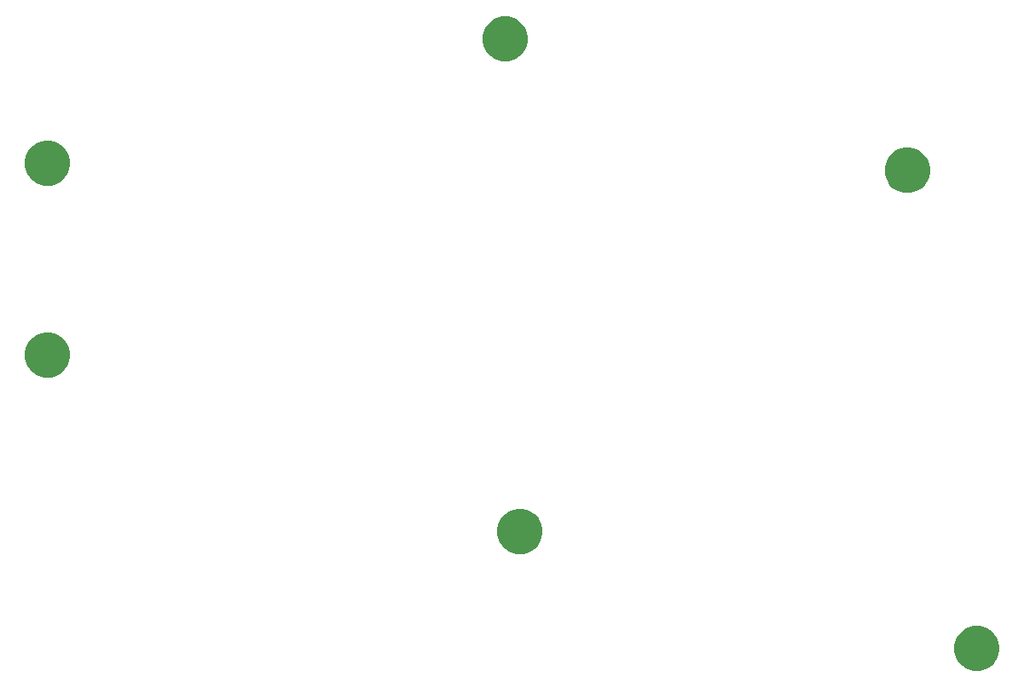
<source format=gbs>
G04 #@! TF.GenerationSoftware,KiCad,Pcbnew,(5.1.2)-1*
G04 #@! TF.CreationDate,2019-05-17T22:55:15+09:00*
G04 #@! TF.ProjectId,adelie,6164656c-6965-42e6-9b69-6361645f7063,rev?*
G04 #@! TF.SameCoordinates,Original*
G04 #@! TF.FileFunction,Soldermask,Bot*
G04 #@! TF.FilePolarity,Negative*
%FSLAX46Y46*%
G04 Gerber Fmt 4.6, Leading zero omitted, Abs format (unit mm)*
G04 Created by KiCad (PCBNEW (5.1.2)-1) date 2019-05-17 22:55:15*
%MOMM*%
%LPD*%
G04 APERTURE LIST*
%ADD10C,0.100000*%
G04 APERTURE END LIST*
D10*
G36*
X197098420Y-131561896D02*
G01*
X197479133Y-131637624D01*
X197888789Y-131807309D01*
X198257469Y-132053654D01*
X198571006Y-132367191D01*
X198817351Y-132735871D01*
X198987036Y-133145527D01*
X199073540Y-133580416D01*
X199073540Y-134023824D01*
X198987036Y-134458713D01*
X198817351Y-134868369D01*
X198571006Y-135237049D01*
X198257469Y-135550586D01*
X197888789Y-135796931D01*
X197479133Y-135966616D01*
X197098420Y-136042344D01*
X197044245Y-136053120D01*
X196600835Y-136053120D01*
X196546660Y-136042344D01*
X196165947Y-135966616D01*
X195756291Y-135796931D01*
X195387611Y-135550586D01*
X195074074Y-135237049D01*
X194827729Y-134868369D01*
X194658044Y-134458713D01*
X194571540Y-134023824D01*
X194571540Y-133580416D01*
X194658044Y-133145527D01*
X194827729Y-132735871D01*
X195074074Y-132367191D01*
X195387611Y-132053654D01*
X195756291Y-131807309D01*
X196165947Y-131637624D01*
X196546660Y-131561896D01*
X196600835Y-131551120D01*
X197044245Y-131551120D01*
X197098420Y-131561896D01*
X197098420Y-131561896D01*
G37*
G36*
X151734020Y-119928696D02*
G01*
X152114733Y-120004424D01*
X152524389Y-120174109D01*
X152893069Y-120420454D01*
X153206606Y-120733991D01*
X153452951Y-121102671D01*
X153622636Y-121512327D01*
X153709140Y-121947216D01*
X153709140Y-122390624D01*
X153622636Y-122825513D01*
X153452951Y-123235169D01*
X153206606Y-123603849D01*
X152893069Y-123917386D01*
X152524389Y-124163731D01*
X152114733Y-124333416D01*
X151734020Y-124409144D01*
X151679845Y-124419920D01*
X151236435Y-124419920D01*
X151182260Y-124409144D01*
X150801547Y-124333416D01*
X150391891Y-124163731D01*
X150023211Y-123917386D01*
X149709674Y-123603849D01*
X149463329Y-123235169D01*
X149293644Y-122825513D01*
X149207140Y-122390624D01*
X149207140Y-121947216D01*
X149293644Y-121512327D01*
X149463329Y-121102671D01*
X149709674Y-120733991D01*
X150023211Y-120420454D01*
X150391891Y-120174109D01*
X150801547Y-120004424D01*
X151182260Y-119928696D01*
X151236435Y-119917920D01*
X151679845Y-119917920D01*
X151734020Y-119928696D01*
X151734020Y-119928696D01*
G37*
G36*
X104820220Y-102402696D02*
G01*
X105200933Y-102478424D01*
X105610589Y-102648109D01*
X105979269Y-102894454D01*
X106292806Y-103207991D01*
X106539151Y-103576671D01*
X106708836Y-103986327D01*
X106795340Y-104421216D01*
X106795340Y-104864624D01*
X106708836Y-105299513D01*
X106539151Y-105709169D01*
X106292806Y-106077849D01*
X105979269Y-106391386D01*
X105610589Y-106637731D01*
X105200933Y-106807416D01*
X104820220Y-106883144D01*
X104766045Y-106893920D01*
X104322635Y-106893920D01*
X104268460Y-106883144D01*
X103887747Y-106807416D01*
X103478091Y-106637731D01*
X103109411Y-106391386D01*
X102795874Y-106077849D01*
X102549529Y-105709169D01*
X102379844Y-105299513D01*
X102293340Y-104864624D01*
X102293340Y-104421216D01*
X102379844Y-103986327D01*
X102549529Y-103576671D01*
X102795874Y-103207991D01*
X103109411Y-102894454D01*
X103478091Y-102648109D01*
X103887747Y-102478424D01*
X104268460Y-102402696D01*
X104322635Y-102391920D01*
X104766045Y-102391920D01*
X104820220Y-102402696D01*
X104820220Y-102402696D01*
G37*
G36*
X190189620Y-84089296D02*
G01*
X190570333Y-84165024D01*
X190979989Y-84334709D01*
X191348669Y-84581054D01*
X191662206Y-84894591D01*
X191908551Y-85263271D01*
X192078236Y-85672927D01*
X192164740Y-86107816D01*
X192164740Y-86551224D01*
X192078236Y-86986113D01*
X191908551Y-87395769D01*
X191662206Y-87764449D01*
X191348669Y-88077986D01*
X190979989Y-88324331D01*
X190570333Y-88494016D01*
X190189620Y-88569744D01*
X190135445Y-88580520D01*
X189692035Y-88580520D01*
X189637860Y-88569744D01*
X189257147Y-88494016D01*
X188847491Y-88324331D01*
X188478811Y-88077986D01*
X188165274Y-87764449D01*
X187918929Y-87395769D01*
X187749244Y-86986113D01*
X187662740Y-86551224D01*
X187662740Y-86107816D01*
X187749244Y-85672927D01*
X187918929Y-85263271D01*
X188165274Y-84894591D01*
X188478811Y-84581054D01*
X188847491Y-84334709D01*
X189257147Y-84165024D01*
X189637860Y-84089296D01*
X189692035Y-84078520D01*
X190135445Y-84078520D01*
X190189620Y-84089296D01*
X190189620Y-84089296D01*
G37*
G36*
X104820220Y-83352696D02*
G01*
X105200933Y-83428424D01*
X105610589Y-83598109D01*
X105979269Y-83844454D01*
X106292806Y-84157991D01*
X106539151Y-84526671D01*
X106708836Y-84936327D01*
X106795340Y-85371216D01*
X106795340Y-85814624D01*
X106708836Y-86249513D01*
X106539151Y-86659169D01*
X106292806Y-87027849D01*
X105979269Y-87341386D01*
X105610589Y-87587731D01*
X105200933Y-87757416D01*
X104820220Y-87833144D01*
X104766045Y-87843920D01*
X104322635Y-87843920D01*
X104268460Y-87833144D01*
X103887747Y-87757416D01*
X103478091Y-87587731D01*
X103109411Y-87341386D01*
X102795874Y-87027849D01*
X102549529Y-86659169D01*
X102379844Y-86249513D01*
X102293340Y-85814624D01*
X102293340Y-85371216D01*
X102379844Y-84936327D01*
X102549529Y-84526671D01*
X102795874Y-84157991D01*
X103109411Y-83844454D01*
X103478091Y-83598109D01*
X103887747Y-83428424D01*
X104268460Y-83352696D01*
X104322635Y-83341920D01*
X104766045Y-83341920D01*
X104820220Y-83352696D01*
X104820220Y-83352696D01*
G37*
G36*
X150259020Y-71039516D02*
G01*
X150639733Y-71115244D01*
X151049389Y-71284929D01*
X151418069Y-71531274D01*
X151731606Y-71844811D01*
X151977951Y-72213491D01*
X152147636Y-72623147D01*
X152234140Y-73058036D01*
X152234140Y-73501444D01*
X152147636Y-73936333D01*
X151977951Y-74345989D01*
X151731606Y-74714669D01*
X151418069Y-75028206D01*
X151049389Y-75274551D01*
X150639733Y-75444236D01*
X150259020Y-75519964D01*
X150204845Y-75530740D01*
X149761435Y-75530740D01*
X149707260Y-75519964D01*
X149326547Y-75444236D01*
X148916891Y-75274551D01*
X148548211Y-75028206D01*
X148234674Y-74714669D01*
X147988329Y-74345989D01*
X147818644Y-73936333D01*
X147732140Y-73501444D01*
X147732140Y-73058036D01*
X147818644Y-72623147D01*
X147988329Y-72213491D01*
X148234674Y-71844811D01*
X148548211Y-71531274D01*
X148916891Y-71284929D01*
X149326547Y-71115244D01*
X149707260Y-71039516D01*
X149761435Y-71028740D01*
X150204845Y-71028740D01*
X150259020Y-71039516D01*
X150259020Y-71039516D01*
G37*
M02*

</source>
